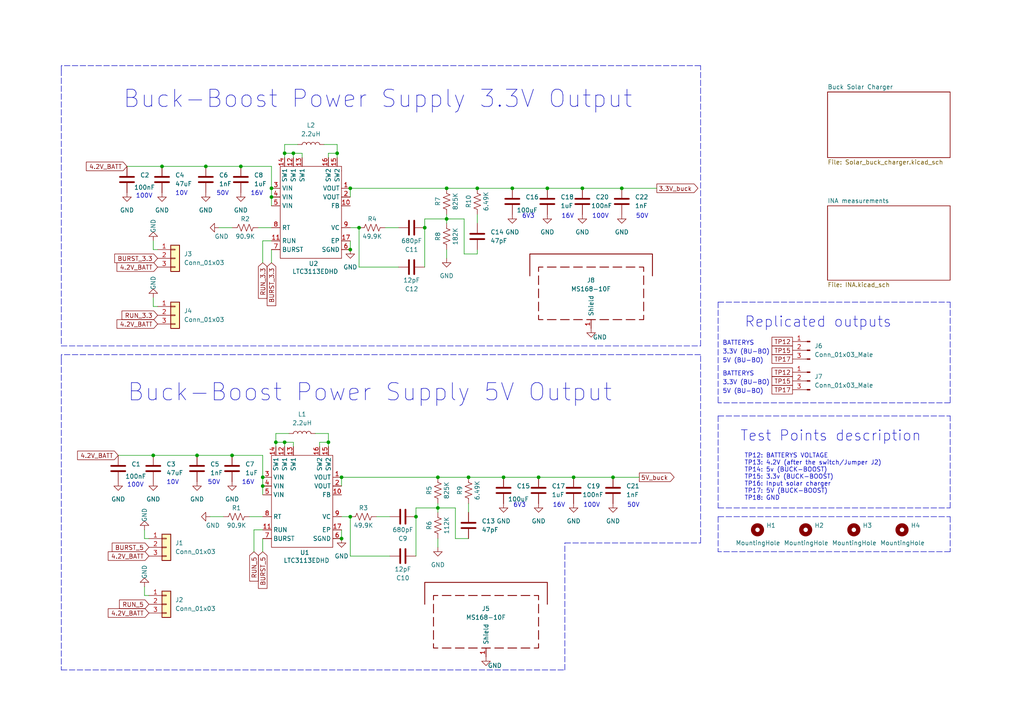
<source format=kicad_sch>
(kicad_sch (version 20211123) (generator eeschema)
  (paper "A4")
  (title_block (title "Navy System. Power Board") (rev "2") (company "LabFromScratch"))
  (lib_symbols
    (symbol "Connector:Conn_01x03_Male" (pin_names (offset 1.016) hide)
      (property "Reference" "J" (at 0 5.08 0))
      (property "Value" "Conn_01x03_Male" (at 0 -5.08 0))
      (symbol "Conn_01x03_Male_1_1"
        (polyline (pts (xy 1.27 -2.54) (xy 0.8636 -2.54)) (stroke (width 0.1524)))
        (polyline (pts (xy 1.27 0) (xy 0.8636 0)) (stroke (width 0.1524)))
        (polyline (pts (xy 1.27 2.54) (xy 0.8636 2.54)) (stroke (width 0.1524)))
        (rectangle (start 0.8636 -2.413) (end 0 -2.667) (stroke (width 0.1524)) (fill (type outline)))
        (rectangle (start 0.8636 0.127) (end 0 -0.127) (stroke (width 0.1524)) (fill (type outline)))
        (rectangle (start 0.8636 2.667) (end 0 2.413) (stroke (width 0.1524)) (fill (type outline)))
        (pin passive line (at 5.08 2.54 180) (length 3.81) (name "Pin_1") (number "1"))
        (pin passive line (at 5.08 0 180) (length 3.81) (name "Pin_2") (number "2"))
        (pin passive line (at 5.08 -2.54 180) (length 3.81) (name "Pin_3") (number "3"))
      )
    )
    (symbol "Connector_Generic:Conn_01x03" (pin_names (offset 1.016) hide)
      (property "Reference" "J" (at 0 5.08 0))
      (property "Value" "Conn_01x03" (at 0 -5.08 0))
      (symbol "Conn_01x03_1_1"
        (rectangle (start -1.27 -2.413) (end 0 -2.667) (stroke (width 0.1524)))
        (rectangle (start -1.27 0.127) (end 0 -0.127) (stroke (width 0.1524)))
        (rectangle (start -1.27 2.667) (end 0 2.413) (stroke (width 0.1524)))
        (rectangle (start -1.27 3.81) (end 1.27 -3.81) (stroke (width 0.254)) (fill (type background)))
        (pin passive line (at -5.08 2.54 0) (length 3.81) (name "Pin_1") (number "1"))
        (pin passive line (at -5.08 0 0) (length 3.81) (name "Pin_2") (number "2"))
        (pin passive line (at -5.08 -2.54 0) (length 3.81) (name "Pin_3") (number "3"))
      )
    )
    (symbol "Device:C" (pin_numbers hide) (pin_names (offset 0.254))
      (property "Reference" "C" (at 0.635 2.54 0))
      (property "Value" "C" (at 0.635 -2.54 0))
      (symbol "C_0_1"
        (polyline (pts (xy -2.032 -0.762) (xy 2.032 -0.762)) (stroke (width 0.508)))
        (polyline (pts (xy -2.032 0.762) (xy 2.032 0.762)) (stroke (width 0.508)))
      )
      (symbol "C_1_1"
        (pin passive line (at 0 3.81 270) (length 2.794) (name "~") (number "1"))
        (pin passive line (at 0 -3.81 90) (length 2.794) (name "~") (number "2"))
      )
    )
    (symbol "Device:L" (pin_numbers hide) (pin_names (offset 1.016) hide)
      (property "Reference" "L" (at -1.27 0 90))
      (property "Value" "L" (at 1.905 0 90))
      (symbol "L_0_1"
        (arc (start 0 -2.54) (mid 0.635 -1.905) (end 0 -1.27))
        (arc (start 0 -1.27) (mid 0.635 -0.635) (end 0 0))
        (arc (start 0 0) (mid 0.635 0.635) (end 0 1.27))
        (arc (start 0 1.27) (mid 0.635 1.905) (end 0 2.54))
      )
      (symbol "L_1_1"
        (pin passive line (at 0 3.81 270) (length 1.27) (name "1") (number "1"))
        (pin passive line (at 0 -3.81 90) (length 1.27) (name "2") (number "2"))
      )
    )
    (symbol "Device:RFShield_TwoPieces" (pin_names (offset 1.016))
      (property "Reference" "J" (at 0 5.08 0))
      (property "Value" "RFShield_TwoPieces" (at 0 2.54 0))
      (symbol "RFShield_TwoPieces_0_1"
        (polyline (pts (xy -15.24 -5.08) (xy -15.24 -2.54)) (stroke (width 0.254)))
        (polyline (pts (xy -15.24 -1.27) (xy -15.24 1.27)) (stroke (width 0.254)))
        (polyline (pts (xy -15.24 2.54) (xy -15.24 5.08)) (stroke (width 0.254)))
        (polyline (pts (xy -12.7 7.62) (xy -10.16 7.62)) (stroke (width 0.254)))
        (polyline (pts (xy -10.16 -7.62) (xy -12.7 -7.62)) (stroke (width 0.254)))
        (polyline (pts (xy -6.35 -7.62) (xy -8.89 -7.62)) (stroke (width 0.254)))
        (polyline (pts (xy -6.35 7.62) (xy -8.89 7.62)) (stroke (width 0.254)))
        (polyline (pts (xy -2.54 -7.62) (xy -5.08 -7.62)) (stroke (width 0.254)))
        (polyline (pts (xy -2.54 7.62) (xy -5.08 7.62)) (stroke (width 0.254)))
        (polyline (pts (xy -1.27 -7.62) (xy 1.27 -7.62)) (stroke (width 0.254)))
        (polyline (pts (xy 1.27 7.62) (xy -1.27 7.62)) (stroke (width 0.254)))
        (polyline (pts (xy 2.54 -7.62) (xy 5.08 -7.62)) (stroke (width 0.254)))
        (polyline (pts (xy 5.08 7.62) (xy 2.54 7.62)) (stroke (width 0.254)))
        (polyline (pts (xy 6.35 -7.62) (xy 8.89 -7.62)) (stroke (width 0.254)))
        (polyline (pts (xy 8.89 7.62) (xy 6.35 7.62)) (stroke (width 0.254)))
        (polyline (pts (xy 10.16 -7.62) (xy 12.7 -7.62)) (stroke (width 0.254)))
        (polyline (pts (xy 12.7 7.62) (xy 10.16 7.62)) (stroke (width 0.254)))
        (polyline (pts (xy 15.24 -5.08) (xy 15.24 -2.54)) (stroke (width 0.254)))
        (polyline (pts (xy 15.24 -1.27) (xy 15.24 1.27)) (stroke (width 0.254)))
        (polyline (pts (xy 15.24 2.54) (xy 15.24 5.08)) (stroke (width 0.254)))
        (polyline (pts (xy -15.24 6.35) (xy -15.24 7.62) (xy -13.97 7.62)) (stroke (width 0.254)))
        (polyline (pts (xy -13.97 -7.62) (xy -15.24 -7.62) (xy -15.24 -6.35)) (stroke (width 0.254)))
        (polyline (pts (xy 13.97 -7.62) (xy 15.24 -7.62) (xy 15.24 -6.35)) (stroke (width 0.254)))
        (polyline (pts (xy 15.24 6.35) (xy 15.24 7.62) (xy 13.97 7.62)) (stroke (width 0.254)))
        (polyline (pts (xy -17.78 5.08) (xy -17.78 11.43) (xy 17.78 11.43) (xy 17.78 5.08)) (stroke (width 0.254)))
      )
      (symbol "RFShield_TwoPieces_1_1"
        (pin passive line (at 0 -10.16 90) (length 2.54) (name "Shield") (number "1"))
      )
    )
    (symbol "Device:R_US" (pin_numbers hide) (pin_names (offset 0))
      (property "Reference" "R" (at 2.54 0 90))
      (property "Value" "R_US" (at -2.54 0 90))
      (symbol "R_US_0_1"
        (polyline (pts (xy 0 -2.286) (xy 0 -2.54)))
        (polyline (pts (xy 0 2.286) (xy 0 2.54)))
        (polyline (pts (xy 0 -0.762) (xy 1.016 -1.143) (xy 0 -1.524) (xy -1.016 -1.905) (xy 0 -2.286)))
        (polyline (pts (xy 0 0.762) (xy 1.016 0.381) (xy 0 0) (xy -1.016 -0.381) (xy 0 -0.762)))
        (polyline (pts (xy 0 2.286) (xy 1.016 1.905) (xy 0 1.524) (xy -1.016 1.143) (xy 0 0.762)))
      )
      (symbol "R_US_1_1"
        (pin passive line (at 0 3.81 270) (length 1.27) (name "~") (number "1"))
        (pin passive line (at 0 -3.81 90) (length 1.27) (name "~") (number "2"))
      )
    )
    (symbol "Mechanical:MountingHole" (pin_names (offset 1.016))
      (property "Reference" "H" (at 0 5.08 0))
      (property "Value" "MountingHole" (at 0 3.175 0))
      (symbol "MountingHole_0_1"
        (circle (center 0 0) (radius 1.27) (stroke (width 1.27)))
      )
    )
    (symbol "power:GND" (power) (pin_names (offset 0))
      (property "Value" "GND" (at 0 -3.81 0))
      (symbol "GND_0_1"
        (polyline (pts (xy 0 0) (xy 0 -1.27) (xy 1.27 -1.27) (xy 0 -2.54) (xy -1.27 -1.27) (xy 0 -1.27)))
      )
      (symbol "GND_1_1"
        (pin power_in line (at 0 0 270) (length 0) hide (name "GND") (number "1"))
      )
    )
    (symbol "power_board_navy:LTC3113EDHD"
      (property "Reference" "U2" (at 5.842 -19.304 0))
      (property "Value" "LTC3113EDHD" (at 6.35 -21.59 0))
      (symbol "LTC3113EDHD_0_1"
        (rectangle (start -2.54 8.89) (end 13.97 8.89))
        (polyline (pts (xy -3.81 -15.24) (xy -3.81 -17.78) (xy 13.97 -17.78)))
        (polyline (pts (xy -3.81 -15.24) (xy -3.81 8.89) (xy -2.54 8.89)))
        (rectangle (start 13.97 7.62) (end 13.97 -17.78))
        (rectangle (start 13.97 7.62) (end 13.97 8.89))
      )
      (symbol "LTC3113EDHD_1_1"
        (pin power_out line (at 16.51 2.54 180) (length 2.54) (name "VOUT") (number "1"))
        (pin input line (at 16.51 -2.54 180) (length 2.54) (name "FB") (number "10"))
        (pin input line (at -6.35 -12.7 0) (length 2.54) (name "RUN") (number "11"))
        (pin input line (at 0 11.43 270) (length 2.54) (name "SW1") (number "12"))
        (pin input line (at 2.54 11.43 270) (length 2.54) (name "SW1") (number "13"))
        (pin input line (at -2.54 11.43 270) (length 2.54) (name "SW1") (number "14"))
        (pin input line (at 12.7 11.43 270) (length 2.54) (name "SW2") (number "15"))
        (pin input line (at 10.16 11.43 270) (length 2.54) (name "SW2") (number "16"))
        (pin input line (at 16.51 -12.7 180) (length 2.54) (name "EP") (number "17"))
        (pin power_out line (at 16.51 0 180) (length 2.54) (name "VOUT") (number "2"))
        (pin power_in line (at -6.35 2.54 0) (length 2.54) (name "VIN") (number "3"))
        (pin power_in line (at -6.35 0 0) (length 2.54) (name "VIN") (number "4"))
        (pin power_in line (at -6.35 -2.54 0) (length 2.54) (name "VIN") (number "5"))
        (pin input line (at 16.51 -15.24 180) (length 2.54) (name "SGND") (number "6"))
        (pin input line (at -6.35 -15.24 0) (length 2.54) (name "BURST") (number "7"))
        (pin input line (at -6.35 -8.89 0) (length 2.54) (name "RT") (number "8"))
        (pin input line (at 16.51 -8.89 180) (length 2.54) (name "VC") (number "9"))
      )
    )
  )
  (junction (at 148.59 54.61))
  (junction (at 129.54 63.5))
  (junction (at 46.99 48.26))
  (junction (at 138.43 54.61))
  (junction (at 180.34 54.61))
  (junction (at 158.75 54.61))
  (junction (at 76.2 140.97))
  (junction (at 99.06 138.43))
  (junction (at 97.79 44.45))
  (junction (at 57.15 132.08))
  (junction (at 127 138.43))
  (junction (at 127 147.32))
  (junction (at 44.45 132.08))
  (junction (at 101.6 54.61))
  (junction (at 135.89 138.43))
  (junction (at 146.05 138.43))
  (junction (at 123.19 66.04))
  (junction (at 104.14 66.04))
  (junction (at 166.37 138.43))
  (junction (at 69.85 48.26))
  (junction (at 101.6 72.39))
  (junction (at 95.25 128.27))
  (junction (at 59.69 48.26))
  (junction (at 101.6 149.86))
  (junction (at 129.54 54.61))
  (junction (at 67.31 132.08))
  (junction (at 99.06 156.21))
  (junction (at 85.09 44.45))
  (junction (at 177.8 138.43))
  (junction (at 120.65 149.86))
  (junction (at 78.74 54.61))
  (junction (at 82.55 44.45))
  (junction (at 80.01 128.27))
  (junction (at 76.2 138.43))
  (junction (at 78.74 57.15))
  (junction (at 82.55 128.27))
  (junction (at 168.91 54.61))
  (junction (at 156.21 138.43))
  (wire (pts (xy 43.18 172.72) (xy 41.91 172.72)))
  (wire (pts (xy 86.36 41.91) (xy 82.55 41.91)))
  (wire (pts (xy 135.89 156.21) (xy 132.08 156.21)))
  (polyline (pts (xy 203.2 100.33) (xy 203.2 19.05)))
  (wire (pts (xy 41.91 172.72) (xy 41.91 170.18)))
  (wire (pts (xy 78.74 57.15) (xy 78.74 59.69)))
  (wire (pts (xy 85.09 128.27) (xy 82.55 128.27)))
  (wire (pts (xy 85.09 45.72) (xy 85.09 44.45)))
  (wire (pts (xy 83.82 125.73) (xy 80.01 125.73)))
  (wire (pts (xy 148.59 54.61) (xy 158.75 54.61)))
  (polyline (pts (xy 203.2 19.05) (xy 17.78 19.05)))
  (wire (pts (xy 92.71 128.27) (xy 95.25 128.27)))
  (wire (pts (xy 127 138.43) (xy 135.89 138.43)))
  (wire (pts (xy 168.91 54.61) (xy 180.34 54.61)))
  (wire (pts (xy 127 146.05) (xy 127 147.32)))
  (wire (pts (xy 132.08 156.21) (xy 132.08 147.32)))
  (wire (pts (xy 129.54 63.5) (xy 129.54 64.77)))
  (polyline (pts (xy 604.52 439.42) (xy 604.52 438.15)))
  (wire (pts (xy 99.06 153.67) (xy 99.06 156.21)))
  (wire (pts (xy 69.85 48.26) (xy 59.69 48.26)))
  (polyline (pts (xy 275.59 149.86) (xy 275.59 160.02)))
  (polyline (pts (xy 163.83 157.48) (xy 203.2 157.48)))
  (wire (pts (xy 156.21 138.43) (xy 166.37 138.43)))
  (polyline (pts (xy 325.12 334.01) (xy 604.52 334.01)))
  (wire (pts (xy 44.45 88.9) (xy 44.45 86.36)))
  (wire (pts (xy 76.2 140.97) (xy 76.2 143.51)))
  (polyline (pts (xy 325.12 439.42) (xy 325.12 334.01)))
  (polyline (pts (xy 208.28 87.63) (xy 275.59 87.63)))
  (wire (pts (xy 134.62 73.66) (xy 138.43 73.66)))
  (wire (pts (xy 82.55 44.45) (xy 82.55 45.72)))
  (wire (pts (xy 78.74 66.04) (xy 74.93 66.04)))
  (polyline (pts (xy 208.28 120.65) (xy 208.28 147.32)))
  (wire (pts (xy 135.89 138.43) (xy 146.05 138.43)))
  (wire (pts (xy 95.25 45.72) (xy 95.25 44.45)))
  (wire (pts (xy 63.5 66.04) (xy 67.31 66.04)))
  (wire (pts (xy 123.19 63.5) (xy 123.19 66.04)))
  (wire (pts (xy 127 147.32) (xy 127 148.59)))
  (wire (pts (xy 85.09 44.45) (xy 82.55 44.45)))
  (wire (pts (xy 113.03 161.29) (xy 101.6 161.29)))
  (wire (pts (xy 104.14 77.47) (xy 104.14 66.04)))
  (wire (pts (xy 93.98 41.91) (xy 97.79 41.91)))
  (wire (pts (xy 44.45 72.39) (xy 44.45 69.85)))
  (wire (pts (xy 76.2 132.08) (xy 67.31 132.08)))
  (wire (pts (xy 76.2 138.43) (xy 76.2 140.97)))
  (wire (pts (xy 95.25 125.73) (xy 95.25 128.27)))
  (wire (pts (xy 95.25 44.45) (xy 97.79 44.45)))
  (wire (pts (xy 87.63 44.45) (xy 85.09 44.45)))
  (wire (pts (xy 120.65 147.32) (xy 127 147.32)))
  (polyline (pts (xy 325.12 439.42) (xy 604.52 439.42)))
  (wire (pts (xy 44.45 132.08) (xy 34.29 132.08)))
  (wire (pts (xy 57.15 132.08) (xy 44.45 132.08)))
  (wire (pts (xy 120.65 149.86) (xy 120.65 147.32)))
  (wire (pts (xy 76.2 149.86) (xy 72.39 149.86)))
  (wire (pts (xy 138.43 54.61) (xy 148.59 54.61)))
  (wire (pts (xy 45.72 88.9) (xy 44.45 88.9)))
  (polyline (pts (xy 604.52 334.01) (xy 604.52 439.42)))
  (wire (pts (xy 146.05 138.43) (xy 156.21 138.43)))
  (wire (pts (xy 132.08 147.32) (xy 127 147.32)))
  (polyline (pts (xy 17.78 100.33) (xy 203.2 100.33)))
  (wire (pts (xy 46.99 48.26) (xy 36.83 48.26)))
  (wire (pts (xy 115.57 77.47) (xy 104.14 77.47)))
  (wire (pts (xy 76.2 132.08) (xy 76.2 138.43)))
  (polyline (pts (xy 275.59 116.84) (xy 208.28 116.84)))
  (wire (pts (xy 45.72 72.39) (xy 44.45 72.39)))
  (wire (pts (xy 134.62 63.5) (xy 134.62 73.66)))
  (wire (pts (xy 80.01 128.27) (xy 80.01 129.54)))
  (polyline (pts (xy 17.78 194.31) (xy 163.83 194.31)))
  (wire (pts (xy 101.6 54.61) (xy 129.54 54.61)))
  (wire (pts (xy 73.66 153.67) (xy 73.66 160.02)))
  (wire (pts (xy 101.6 161.29) (xy 101.6 149.86)))
  (wire (pts (xy 82.55 41.91) (xy 82.55 44.45)))
  (wire (pts (xy 87.63 45.72) (xy 87.63 44.45)))
  (wire (pts (xy 101.6 66.04) (xy 104.14 66.04)))
  (wire (pts (xy 120.65 149.86) (xy 120.65 161.29)))
  (wire (pts (xy 127 156.21) (xy 127 158.75)))
  (wire (pts (xy 109.22 149.86) (xy 113.03 149.86)))
  (wire (pts (xy 78.74 48.26) (xy 78.74 54.61)))
  (wire (pts (xy 99.06 138.43) (xy 99.06 140.97)))
  (polyline (pts (xy 208.28 87.63) (xy 208.28 116.84)))
  (wire (pts (xy 82.55 129.54) (xy 82.55 128.27)))
  (wire (pts (xy 67.31 132.08) (xy 57.15 132.08)))
  (polyline (pts (xy 275.59 160.02) (xy 208.28 160.02)))
  (polyline (pts (xy 17.78 20.32) (xy 17.78 100.33)))
  (wire (pts (xy 101.6 54.61) (xy 101.6 57.15)))
  (wire (pts (xy 99.06 138.43) (xy 127 138.43)))
  (wire (pts (xy 177.8 138.43) (xy 185.42 138.43)))
  (wire (pts (xy 85.09 129.54) (xy 85.09 128.27)))
  (wire (pts (xy 135.89 146.05) (xy 135.89 148.59)))
  (polyline (pts (xy 17.78 104.14) (xy 17.78 194.31)))
  (wire (pts (xy 78.74 69.85) (xy 76.2 69.85)))
  (wire (pts (xy 60.96 149.86) (xy 64.77 149.86)))
  (wire (pts (xy 158.75 54.61) (xy 168.91 54.61)))
  (wire (pts (xy 129.54 72.39) (xy 129.54 74.93)))
  (wire (pts (xy 129.54 62.23) (xy 129.54 63.5)))
  (polyline (pts (xy 208.28 149.86) (xy 275.59 149.86)))
  (polyline (pts (xy 275.59 87.63) (xy 275.59 116.84)))
  (wire (pts (xy 129.54 54.61) (xy 138.43 54.61)))
  (polyline (pts (xy 203.2 157.48) (xy 203.2 102.87)))
  (wire (pts (xy 80.01 125.73) (xy 80.01 128.27)))
  (wire (pts (xy 82.55 128.27) (xy 80.01 128.27)))
  (wire (pts (xy 78.74 54.61) (xy 78.74 57.15)))
  (wire (pts (xy 180.34 54.61) (xy 190.5 54.61)))
  (wire (pts (xy 95.25 128.27) (xy 95.25 129.54)))
  (wire (pts (xy 166.37 138.43) (xy 177.8 138.43)))
  (wire (pts (xy 92.71 129.54) (xy 92.71 128.27)))
  (polyline (pts (xy 163.83 194.31) (xy 163.83 157.48)))
  (wire (pts (xy 97.79 41.91) (xy 97.79 44.45)))
  (wire (pts (xy 78.74 48.26) (xy 69.85 48.26)))
  (wire (pts (xy 111.76 66.04) (xy 115.57 66.04)))
  (wire (pts (xy 99.06 149.86) (xy 101.6 149.86)))
  (wire (pts (xy 78.74 72.39) (xy 78.74 76.2)))
  (wire (pts (xy 91.44 125.73) (xy 95.25 125.73)))
  (wire (pts (xy 129.54 63.5) (xy 123.19 63.5)))
  (wire (pts (xy 41.91 156.21) (xy 41.91 153.67)))
  (wire (pts (xy 101.6 69.85) (xy 101.6 72.39)))
  (polyline (pts (xy 275.59 147.32) (xy 275.59 120.65)))
  (wire (pts (xy 129.54 63.5) (xy 134.62 63.5)))
  (wire (pts (xy 59.69 48.26) (xy 46.99 48.26)))
  (polyline (pts (xy 208.28 147.32) (xy 275.59 147.32)))
  (wire (pts (xy 138.43 73.66) (xy 138.43 72.39)))
  (polyline (pts (xy 17.78 19.05) (xy 17.78 20.32)))
  (polyline (pts (xy 325.12 334.01) (xy 325.12 334.01)))
  (wire (pts (xy 97.79 44.45) (xy 97.79 45.72)))
  (polyline (pts (xy 208.28 149.86) (xy 208.28 160.02)))
  (wire (pts (xy 43.18 156.21) (xy 41.91 156.21)))
  (polyline (pts (xy 203.2 102.87) (xy 17.78 102.87)))
  (wire (pts (xy 123.19 66.04) (xy 123.19 77.47)))
  (wire (pts (xy 76.2 153.67) (xy 73.66 153.67)))
  (wire (pts (xy 138.43 62.23) (xy 138.43 64.77)))
  (polyline (pts (xy 208.28 120.65) (xy 275.59 120.65)))
  (wire (pts (xy 76.2 156.21) (xy 76.2 160.02)))
  (wire (pts (xy 76.2 69.85) (xy 76.2 76.2)))
  (polyline (pts (xy 17.78 102.87) (xy 17.78 104.14)))
  (text "16V" (at 162.814 63.5 0) (effects (font (size 1.27 1.27)) (justify left bottom)))
  (text "100V" (at 39.37 57.658 0) (effects (font (size 1.27 1.27)) (justify left bottom)))
  (text "\nTP12: BATTERYS VOLTAGE\nTP13: 4.2V (after the switch/Jumper J2)\nTP14: 5v (BUCK-BOOST)\nTP15: 3.3v (BUCK-BOOST)\nTP16: Input solar charger\nTP17: 5V (BUCK-BOOST)\nTP18: GND\n\n" (at 215.9 147.32 0) (effects (font (size 1.27 1.27)) (justify left bottom)))
  (text "100V" (at 171.704 63.5 0) (effects (font (size 1.27 1.27)) (justify left bottom)))
  (text "3.3V (BU-BO)" (at 209.55 111.76 0) (effects (font (size 1.27 1.27)) (justify left bottom)))
  (text "50V" (at 184.404 63.5 0) (effects (font (size 1.27 1.27)) (justify left bottom)))
  (text "Buck-Boost Power Supply 3.3V Output" (at 35.56 31.75 0) (effects (font (size 5 5)) (justify left bottom)))
  (text "100V" (at 169.164 147.32 0) (effects (font (size 1.27 1.27)) (justify left bottom)))
  (text "16V" (at 72.644 56.896 0) (effects (font (size 1.27 1.27)) (justify left bottom)))
  (text "3.3V (BU-BO)" (at 209.55 102.87 0) (effects (font (size 1.27 1.27)) (justify left bottom)))
  (text "16V" (at 70.104 140.716 0) (effects (font (size 1.27 1.27)) (justify left bottom)))
  (text "5V (BU-BO)" (at 209.55 114.3 0) (effects (font (size 1.27 1.27)) (justify left bottom)))
  (text "6V3" (at 148.844 147.32 0) (effects (font (size 1.27 1.27)) (justify left bottom)))
  (text "Buck-Boost Power Supply 5V Output" (at 36.83 116.84 0) (effects (font (size 5 5)) (justify left bottom)))
  (text "BATTERYS" (at 209.55 100.33 0) (effects (font (size 1.27 1.27)) (justify left bottom)))
  (text "50V" (at 181.864 147.32 0) (effects (font (size 1.27 1.27)) (justify left bottom)))
  (text "5V (BU-BO)" (at 209.55 105.41 0) (effects (font (size 1.27 1.27)) (justify left bottom)))
  (text "100V" (at 36.83 141.478 0) (effects (font (size 1.27 1.27)) (justify left bottom)))
  (text "10V" (at 48.26 140.716 0) (effects (font (size 1.27 1.27)) (justify left bottom)))
  (text "Replicated outputs" (at 215.9 95.25 0) (effects (font (size 3 3)) (justify left bottom)))
  (text "50V" (at 62.738 56.896 0) (effects (font (size 1.27 1.27)) (justify left bottom)))
  (text "16V" (at 160.274 147.32 0) (effects (font (size 1.27 1.27)) (justify left bottom)))
  (text "10V" (at 50.8 56.896 0) (effects (font (size 1.27 1.27)) (justify left bottom)))
  (text "Test Points description" (at 214.63 128.27 0) (effects (font (size 3 3)) (justify left bottom)))
  (text "50V" (at 60.198 140.716 0) (effects (font (size 1.27 1.27)) (justify left bottom)))
  (text "6V3" (at 151.384 63.5 0) (effects (font (size 1.27 1.27)) (justify left bottom)))
  (text "BATTERYS" (at 209.55 109.22 0) (effects (font (size 1.27 1.27)) (justify left bottom)))
  (global_label "3.3V_buck" (shape output) (at 190.5 54.61 0) (property "Intersheet References" "${INTERSHEET_REFS}" (effects hide)))
  (global_label "TP17" (shape passive) (at 229.87 104.14 180) (property "Intersheet References" "${INTERSHEET_REFS}" (effects hide)))
  (global_label "5V_buck" (shape output) (at 185.42 138.43 0) (property "Intersheet References" "${INTERSHEET_REFS}" (effects hide)))
  (global_label "RUN_5" (shape input) (at 73.66 160.02 270) (property "Intersheet References" "${INTERSHEET_REFS}" (effects hide)))
  (global_label "BURST_3.3" (shape input) (at 45.72 74.93 180) (property "Intersheet References" "${INTERSHEET_REFS}" (effects hide)))
  (global_label "BURST_5" (shape input) (at 43.18 158.75 180) (property "Intersheet References" "${INTERSHEET_REFS}" (effects hide)))
  (global_label "BURST_3.3" (shape input) (at 78.74 76.2 270) (property "Intersheet References" "${INTERSHEET_REFS}" (effects hide)))
  (global_label "TP15" (shape passive) (at 229.87 110.49 180) (property "Intersheet References" "${INTERSHEET_REFS}" (effects hide)))
  (global_label "TP17" (shape passive) (at 229.87 113.03 180) (property "Intersheet References" "${INTERSHEET_REFS}" (effects hide)))
  (global_label "RUN_3.3" (shape input) (at 45.72 91.44 180) (property "Intersheet References" "${INTERSHEET_REFS}" (effects hide)))
  (global_label "4.2V_BATT" (shape input) (at 43.18 161.29 180) (property "Intersheet References" "${INTERSHEET_REFS}" (effects hide)))
  (global_label "4.2V_BATT" (shape input) (at 34.29 132.08 180) (property "Intersheet References" "${INTERSHEET_REFS}" (effects hide)))
  (global_label "4.2V_BATT" (shape input) (at 36.83 48.26 180) (property "Intersheet References" "${INTERSHEET_REFS}" (effects hide)))
  (global_label "RUN_3.3" (shape input) (at 76.2 76.2 270) (property "Intersheet References" "${INTERSHEET_REFS}" (effects hide)))
  (global_label "TP15" (shape passive) (at 229.87 101.6 180) (property "Intersheet References" "${INTERSHEET_REFS}" (effects hide)))
  (global_label "TP12" (shape passive) (at 229.87 107.95 180) (property "Intersheet References" "${INTERSHEET_REFS}" (effects hide)))
  (global_label "4.2V_BATT" (shape input) (at 45.72 77.47 180) (property "Intersheet References" "${INTERSHEET_REFS}" (effects hide)))
  (global_label "BURST_5" (shape input) (at 76.2 160.02 270) (property "Intersheet References" "${INTERSHEET_REFS}" (effects hide)))
  (global_label "RUN_5" (shape input) (at 43.18 175.26 180) (property "Intersheet References" "${INTERSHEET_REFS}" (effects hide)))
  (global_label "4.2V_BATT" (shape input) (at 45.72 93.98 180) (property "Intersheet References" "${INTERSHEET_REFS}" (effects hide)))
  (global_label "TP12" (shape passive) (at 229.87 99.06 180) (property "Intersheet References" "${INTERSHEET_REFS}" (effects hide)))
  (global_label "4.2V_BATT" (shape input) (at 43.18 177.8 180) (property "Intersheet References" "${INTERSHEET_REFS}" (effects hide)))
  (symbol (lib_id "Device:C") (at 135.89 152.4 0) (unit 1)
    (property "Reference" "C13" (at 139.7 151.1299 0) (effects (justify left)))
    (property "Value" "47pF" (at 139.7 153.6699 0) (effects (justify left)))
    (property "Footprint" "Capacitor_SMD:C_0805_2012Metric" (effects hide))
  )
  (symbol (lib_id "power:GND") (at 101.6 72.39 0) (unit 1)
    (property "Reference" "#PWR016" (effects hide))
    (property "Value" "GND" (at 101.6 77.47 0))
  )
  (symbol (lib_id "Device:C") (at 148.59 58.42 0) (unit 1)
    (property "Reference" "C16" (at 152.4 57.1499 0) (effects (justify left)))
    (property "Value" "100uF" (at 149.86 60.96 0) (effects (justify left)))
    (property "Footprint" "Capacitor_SMD:C_0805_2012Metric" (effects hide))
  )
  (symbol (lib_id "power:GND") (at 148.59 62.23 0) (unit 1)
    (property "Reference" "#PWR019" (effects hide))
    (property "Value" "GND" (at 148.59 67.31 0))
  )
  (symbol (lib_id "power:GND") (at 44.45 86.36 180) (unit 1)
    (property "Reference" "#PWR06" (effects hide))
    (property "Value" "GND" (at 44.45 80.01 90) (effects (justify left)))
  )
  (symbol (lib_id "power:GND") (at 44.45 69.85 180) (unit 1)
    (property "Reference" "#PWR05" (effects hide))
    (property "Value" "GND" (at 44.45 63.5 90) (effects (justify left)))
  )
  (symbol (lib_id "power:GND") (at 44.45 139.7 0) (unit 1)
    (property "Reference" "#PWR07" (effects hide))
    (property "Value" "GND" (at 44.45 144.78 0))
  )
  (symbol (lib_id "power:GND") (at 158.75 62.23 0) (unit 1)
    (property "Reference" "#PWR021" (effects hide))
    (property "Value" "GND" (at 158.75 67.31 0))
  )
  (symbol (lib_id "Mechanical:MountingHole") (at 233.68 153.67 0) (unit 1)
    (property "Reference" "H2" (at 236.22 152.3999 0) (effects (justify left)))
    (property "Value" "MountingHole" (at 227.33 157.48 0) (effects (justify left)))
    (property "Footprint" "MountingHole:MountingHole_2.5mm" (effects hide))
  )
  (symbol (lib_id "Device:R_US") (at 135.89 142.24 0) (unit 1)
    (property "Reference" "R9" (at 133.35 142.24 90))
    (property "Value" "6.49K" (at 138.43 142.24 90))
    (property "Footprint" "Resistor_SMD:R_0805_2012Metric" (effects hide))
  )
  (symbol (lib_id "Device:R_US") (at 127 152.4 0) (unit 1)
    (property "Reference" "R6" (at 124.46 152.4 90))
    (property "Value" "112K" (at 129.54 152.4 90))
    (property "Footprint" "Resistor_SMD:R_0805_2012Metric" (effects hide))
  )
  (symbol (lib_id "Mechanical:MountingHole") (at 261.62 153.67 0) (unit 1)
    (property "Reference" "H4" (at 264.16 152.3999 0) (effects (justify left)))
    (property "Value" "MountingHole" (at 255.27 157.48 0) (effects (justify left)))
    (property "Footprint" "MountingHole:MountingHole_2.5mm" (effects hide))
  )
  (symbol (lib_id "power:GND") (at 67.31 139.7 0) (unit 1)
    (property "Reference" "#PWR013" (effects hide))
    (property "Value" "GND" (at 67.31 144.78 0))
  )
  (symbol (lib_id "Device:L") (at 90.17 41.91 90) (unit 1)
    (property "Reference" "L2" (at 90.17 36.322 90))
    (property "Value" "2.2uH" (at 90.17 38.862 90))
    (property "Footprint" "Inductor_SMD:L_Vishay_IHLP-2525" (effects hide))
  )
  (symbol (lib_id "power:GND") (at 180.34 62.23 0) (unit 1)
    (property "Reference" "#PWR025" (effects hide))
    (property "Value" "GND" (at 180.34 67.31 0))
  )
  (symbol (lib_id "Device:C") (at 36.83 52.07 0) (unit 1)
    (property "Reference" "C2" (at 40.64 50.7999 0) (effects (justify left)))
    (property "Value" "100nF" (at 38.862 54.356 0) (effects (justify left)))
    (property "Footprint" "Capacitor_SMD:C_0805_2012Metric" (effects hide))
  )
  (symbol (lib_id "power:GND") (at 57.15 139.7 0) (unit 1)
    (property "Reference" "#PWR09" (effects hide))
    (property "Value" "GND" (at 57.15 144.78 0))
  )
  (symbol (lib_id "Device:C") (at 180.34 58.42 0) (unit 1)
    (property "Reference" "C22" (at 184.15 57.1499 0) (effects (justify left)))
    (property "Value" "1nF" (at 184.15 59.6899 0) (effects (justify left)))
    (property "Footprint" "Capacitor_SMD:C_0805_2012Metric" (effects hide))
  )
  (symbol (lib_id "Mechanical:MountingHole") (at 219.71 153.67 0) (unit 1)
    (property "Reference" "H1" (at 222.25 152.3999 0) (effects (justify left)))
    (property "Value" "MountingHole" (at 213.36 157.48 0) (effects (justify left)))
    (property "Footprint" "MountingHole:MountingHole_2.5mm" (effects hide))
  )
  (symbol (lib_id "power:GND") (at 46.99 55.88 0) (unit 1)
    (property "Reference" "#PWR08" (effects hide))
    (property "Value" "GND" (at 46.99 60.96 0))
  )
  (symbol (lib_id "power:GND") (at 34.29 139.7 0) (unit 1)
    (property "Reference" "#PWR01" (effects hide))
    (property "Value" "GND" (at 34.29 144.78 0))
  )
  (symbol (lib_id "Device:C") (at 166.37 142.24 0) (unit 1)
    (property "Reference" "C19" (at 170.18 140.9699 0) (effects (justify left)))
    (property "Value" "100nF" (at 168.91 143.51 0) (effects (justify left)))
    (property "Footprint" "Capacitor_SMD:C_0805_2012Metric" (effects hide))
  )
  (symbol (lib_id "power:GND") (at 140.97 190.5 0) (unit 1)
    (property "Reference" "#PWR0103" (effects hide))
    (property "Value" "GND" (at 143.51 193.04 0))
  )
  (symbol (lib_id "Device:C") (at 146.05 142.24 0) (unit 1)
    (property "Reference" "C15" (at 149.86 140.9699 0) (effects (justify left)))
    (property "Value" "100uF" (at 147.32 144.78 0) (effects (justify left)))
    (property "Footprint" "Capacitor_SMD:C_0805_2012Metric" (effects hide))
  )
  (symbol (lib_id "power:GND") (at 60.96 149.86 270) (unit 1)
    (property "Reference" "#PWR011" (effects hide))
    (property "Value" "GND" (at 59.69 152.4 90) (effects (justify left)))
  )
  (symbol (lib_id "Device:R_US") (at 71.12 66.04 270) (unit 1)
    (property "Reference" "R2" (at 71.12 63.5 90))
    (property "Value" "90.9K" (at 71.12 68.58 90))
    (property "Footprint" "Resistor_SMD:R_0805_2012Metric" (effects hide))
  )
  (symbol (lib_id "power:GND") (at 156.21 146.05 0) (unit 1)
    (property "Reference" "#PWR020" (effects hide))
    (property "Value" "GND" (at 156.21 151.13 0))
  )
  (symbol (lib_id "Device:R_US") (at 127 142.24 0) (unit 1)
    (property "Reference" "R5" (at 124.46 142.24 90))
    (property "Value" "825K" (at 129.54 142.24 90))
    (property "Footprint" "Resistor_SMD:R_0805_2012Metric" (effects hide))
  )
  (symbol (lib_id "Device:C") (at 69.85 52.07 0) (unit 1)
    (property "Reference" "C8" (at 73.66 50.7999 0) (effects (justify left)))
    (property "Value" "1uF" (at 73.66 53.3399 0) (effects (justify left)))
    (property "Footprint" "Capacitor_SMD:C_0805_2012Metric" (effects hide))
  )
  (symbol (lib_id "Device:C") (at 158.75 58.42 0) (unit 1)
    (property "Reference" "C18" (at 162.56 57.1499 0) (effects (justify left)))
    (property "Value" "1uF" (at 162.56 59.6899 0) (effects (justify left)))
    (property "Footprint" "Capacitor_SMD:C_0805_2012Metric" (effects hide))
  )
  (symbol (lib_id "Device:C") (at 34.29 135.89 0) (unit 1)
    (property "Reference" "C1" (at 38.1 134.6199 0) (effects (justify left)))
    (property "Value" "100nF" (at 36.322 138.176 0) (effects (justify left)))
    (property "Footprint" "Capacitor_SMD:C_0805_2012Metric" (effects hide))
  )
  (symbol (lib_id "Device:C") (at 44.45 135.89 0) (unit 1)
    (property "Reference" "C3" (at 48.26 134.6199 0) (effects (justify left)))
    (property "Value" "47uF" (at 48.26 137.1599 0) (effects (justify left)))
    (property "Footprint" "Capacitor_SMD:C_0805_2012Metric" (effects hide))
  )
  (symbol (lib_id "power:GND") (at 69.85 55.88 0) (unit 1)
    (property "Reference" "#PWR014" (effects hide))
    (property "Value" "GND" (at 69.85 60.96 0))
  )
  (symbol (lib_id "Device:C") (at 116.84 149.86 270) (unit 1)
    (property "Reference" "C9" (at 116.84 156.21 90))
    (property "Value" "680pF" (at 116.84 153.67 90))
    (property "Footprint" "Capacitor_SMD:C_0805_2012Metric" (effects hide))
  )
  (symbol (lib_id "power:GND") (at 63.5 66.04 270) (unit 1)
    (property "Reference" "#PWR012" (effects hide))
    (property "Value" "GND" (at 62.23 68.58 90) (effects (justify left)))
  )
  (symbol (lib_id "Device:C") (at 67.31 135.89 0) (unit 1)
    (property "Reference" "C7" (at 71.12 134.6199 0) (effects (justify left)))
    (property "Value" "1uF" (at 71.12 137.1599 0) (effects (justify left)))
    (property "Footprint" "Capacitor_SMD:C_0805_2012Metric" (effects hide))
  )
  (symbol (lib_id "Device:C") (at 177.8 142.24 0) (unit 1)
    (property "Reference" "C21" (at 181.61 140.9699 0) (effects (justify left)))
    (property "Value" "1nF" (at 181.61 143.5099 0) (effects (justify left)))
    (property "Footprint" "Capacitor_SMD:C_0805_2012Metric" (effects hide))
  )
  (symbol (lib_id "Device:R_US") (at 107.95 66.04 270) (unit 1)
    (property "Reference" "R4" (at 107.95 63.5 90))
    (property "Value" "49.9K" (at 107.95 68.58 90))
    (property "Footprint" "Resistor_SMD:R_0805_2012Metric" (effects hide))
  )
  (symbol (lib_id "power:GND") (at 36.83 55.88 0) (unit 1)
    (property "Reference" "#PWR02" (effects hide))
    (property "Value" "GND" (at 36.83 60.96 0))
  )
  (symbol (lib_id "Device:R_US") (at 68.58 149.86 270) (unit 1)
    (property "Reference" "R1" (at 68.58 147.32 90))
    (property "Value" "90.9K" (at 68.58 152.4 90))
    (property "Footprint" "Resistor_SMD:R_0805_2012Metric" (effects hide))
  )
  (symbol (lib_id "Device:C") (at 156.21 142.24 0) (unit 1)
    (property "Reference" "C17" (at 160.02 140.9699 0) (effects (justify left)))
    (property "Value" "1uF" (at 160.02 143.5099 0) (effects (justify left)))
    (property "Footprint" "Capacitor_SMD:C_0805_2012Metric" (effects hide))
  )
  (symbol (lib_id "Device:C") (at 168.91 58.42 0) (unit 1)
    (property "Reference" "C20" (at 172.72 57.1499 0) (effects (justify left)))
    (property "Value" "100nF" (at 171.45 59.69 0) (effects (justify left)))
    (property "Footprint" "Capacitor_SMD:C_0805_2012Metric" (effects hide))
  )
  (symbol (lib_id "Device:RFShield_TwoPieces") (at 140.97 180.34 0) (unit 1)
    (property "Reference" "J5" (at 139.7 176.53 0) (effects (justify left)))
    (property "Value" "MS168-10F" (at 135.128 179.07 0) (effects (justify left)))
    (property "Footprint" "RF_Shielding:Wuerth_36103205_20x20mm" (effects hide))
  )
  (symbol (lib_id "Connector_Generic:Conn_01x03") (at 50.8 74.93 0) (unit 1)
    (property "Reference" "J3" (at 53.34 73.6599 0) (effects (justify left)))
    (property "Value" "Conn_01x03" (at 53.34 76.1999 0) (effects (justify left)))
    (property "Footprint" "Connector_PinHeader_2.54mm:PinHeader_1x03_P2.54mm_Vertical" (effects hide))
  )
  (symbol (lib_id "Device:L") (at 87.63 125.73 90) (unit 1)
    (property "Reference" "L1" (at 87.63 120.142 90))
    (property "Value" "2.2uH" (at 87.63 122.682 90))
    (property "Footprint" "Inductor_SMD:L_Vishay_IHLP-2525" (effects hide))
  )
  (symbol (lib_id "power:GND") (at 99.06 156.21 0) (unit 1)
    (property "Reference" "#PWR015" (effects hide))
    (property "Value" "GND" (at 99.06 161.29 0))
  )
  (symbol (lib_id "power:GND") (at 41.91 153.67 180) (unit 1)
    (property "Reference" "#PWR03" (effects hide))
    (property "Value" "GND" (at 41.91 147.32 90) (effects (justify left)))
  )
  (symbol (lib_id "power:GND") (at 59.69 55.88 0) (unit 1)
    (property "Reference" "#PWR010" (effects hide))
    (property "Value" "GND" (at 59.69 60.96 0))
  )
  (symbol (lib_id "power:GND") (at 146.05 146.05 0) (unit 1)
    (property "Reference" "#PWR018" (effects hide))
    (property "Value" "GND" (at 146.05 151.13 0))
  )
  (symbol (lib_id "Device:RFShield_TwoPieces") (at 171.45 85.09 0) (unit 1)
    (property "Reference" "J8" (at 170.18 81.28 0) (effects (justify left)))
    (property "Value" "MS168-10F" (at 165.608 83.82 0) (effects (justify left)))
    (property "Footprint" "RF_Shielding:Wuerth_36103205_20x20mm" (effects hide))
  )
  (symbol (lib_id "Device:C") (at 59.69 52.07 0) (unit 1)
    (property "Reference" "C6" (at 63.5 50.7999 0) (effects (justify left)))
    (property "Value" "1nF" (at 63.5 53.3399 0) (effects (justify left)))
    (property "Footprint" "Capacitor_SMD:C_0805_2012Metric" (effects hide))
  )
  (symbol (lib_id "power_board_navy:LTC3113EDHD") (at 85.09 57.15 0) (unit 1)
    (property "Reference" "U2" (at 90.932 76.454 0))
    (property "Value" "LTC3113EDHD" (at 91.44 78.74 0))
    (property "Footprint" "Package_SO:SSOP-20_4.4x6.5mm_P0.65mm" (effects hide))
  )
  (symbol (lib_id "power_board_navy:LTC3113EDHD") (at 82.55 140.97 0) (unit 1)
    (property "Reference" "U1" (at 88.392 160.274 0))
    (property "Value" "LTC3113EDHD" (at 88.9 162.56 0))
    (property "Footprint" "Package_SO:SSOP-20_4.4x6.5mm_P0.65mm" (effects hide))
  )
  (symbol (lib_id "Device:C") (at 119.38 66.04 270) (unit 1)
    (property "Reference" "C11" (at 119.38 72.39 90))
    (property "Value" "680pF" (at 119.38 69.85 90))
    (property "Footprint" "Capacitor_SMD:C_0805_2012Metric" (effects hide))
  )
  (symbol (lib_id "Connector:Conn_01x03_Male") (at 234.95 110.49 0) (mirror y) (unit 1)
    (property "Reference" "J7" (at 236.22 109.2199 0) (effects (justify right)))
    (property "Value" "Conn_01x03_Male" (at 236.22 111.7599 0) (effects (justify right)))
    (property "Footprint" "Connector_PinHeader_2.54mm:PinHeader_1x03_P2.54mm_Vertical" (effects hide))
  )
  (symbol (lib_id "Device:R_US") (at 105.41 149.86 270) (unit 1)
    (property "Reference" "R3" (at 105.41 147.32 90))
    (property "Value" "49.9K" (at 105.41 152.4 90))
    (property "Footprint" "Resistor_SMD:R_0805_2012Metric" (effects hide))
  )
  (symbol (lib_id "Device:C") (at 46.99 52.07 0) (unit 1)
    (property "Reference" "C4" (at 50.8 50.7999 0) (effects (justify left)))
    (property "Value" "47uF" (at 50.8 53.3399 0) (effects (justify left)))
    (property "Footprint" "Capacitor_SMD:C_0805_2012Metric" (effects hide))
  )
  (symbol (lib_id "Device:C") (at 116.84 161.29 270) (unit 1)
    (property "Reference" "C10" (at 116.84 167.64 90))
    (property "Value" "12pF" (at 116.84 165.1 90))
    (property "Footprint" "Capacitor_SMD:C_0805_2012Metric" (effects hide))
  )
  (symbol (lib_id "power:GND") (at 41.91 170.18 180) (unit 1)
    (property "Reference" "#PWR04" (effects hide))
    (property "Value" "GND" (at 41.91 163.83 90) (effects (justify left)))
  )
  (symbol (lib_id "Mechanical:MountingHole") (at 247.65 153.67 0) (unit 1)
    (property "Reference" "H3" (at 250.19 152.3999 0) (effects (justify left)))
    (property "Value" "MountingHole" (at 241.3 157.48 0) (effects (justify left)))
    (property "Footprint" "MountingHole:MountingHole_2.5mm" (effects hide))
  )
  (symbol (lib_id "Device:R_US") (at 138.43 58.42 0) (unit 1)
    (property "Reference" "R10" (at 135.89 58.42 90))
    (property "Value" "6.49K" (at 140.97 58.42 90))
    (property "Footprint" "Resistor_SMD:R_0805_2012Metric" (effects hide))
  )
  (symbol (lib_id "Device:C") (at 57.15 135.89 0) (unit 1)
    (property "Reference" "C5" (at 60.96 134.6199 0) (effects (justify left)))
    (property "Value" "1nF" (at 60.96 137.1599 0) (effects (justify left)))
    (property "Footprint" "Capacitor_SMD:C_0805_2012Metric" (effects hide))
  )
  (symbol (lib_id "Connector_Generic:Conn_01x03") (at 48.26 158.75 0) (unit 1)
    (property "Reference" "J1" (at 50.8 157.4799 0) (effects (justify left)))
    (property "Value" "Conn_01x03" (at 50.8 160.0199 0) (effects (justify left)))
    (property "Footprint" "Connector_PinHeader_2.54mm:PinHeader_1x03_P2.54mm_Vertical" (effects hide))
  )
  (symbol (lib_id "power:GND") (at 171.45 95.25 0) (unit 1)
    (property "Reference" "#PWR0102" (effects hide))
    (property "Value" "GND" (at 173.99 97.79 0))
  )
  (symbol (lib_id "Connector_Generic:Conn_01x03") (at 50.8 91.44 0) (unit 1)
    (property "Reference" "J4" (at 53.34 90.1699 0) (effects (justify left)))
    (property "Value" "Conn_01x03" (at 53.34 92.7099 0) (effects (justify left)))
    (property "Footprint" "Connector_PinHeader_2.54mm:PinHeader_1x03_P2.54mm_Vertical" (effects hide))
  )
  (symbol (lib_id "power:GND") (at 168.91 62.23 0) (unit 1)
    (property "Reference" "#PWR023" (effects hide))
    (property "Value" "GND" (at 168.91 67.31 0))
  )
  (symbol (lib_id "Device:R_US") (at 129.54 68.58 0) (unit 1)
    (property "Reference" "R8" (at 127 68.58 90))
    (property "Value" "182K" (at 132.08 68.58 90))
    (property "Footprint" "Resistor_SMD:R_0805_2012Metric" (effects hide))
  )
  (symbol (lib_id "Device:R_US") (at 129.54 58.42 0) (unit 1)
    (property "Reference" "R7" (at 127 58.42 90))
    (property "Value" "825K" (at 132.08 58.42 90))
    (property "Footprint" "Resistor_SMD:R_0805_2012Metric" (effects hide))
  )
  (symbol (lib_id "power:GND") (at 166.37 146.05 0) (unit 1)
    (property "Reference" "#PWR022" (effects hide))
    (property "Value" "GND" (at 166.37 151.13 0))
  )
  (symbol (lib_id "Connector_Generic:Conn_01x03") (at 48.26 175.26 0) (unit 1)
    (property "Reference" "J2" (at 50.8 173.9899 0) (effects (justify left)))
    (property "Value" "Conn_01x03" (at 50.8 176.5299 0) (effects (justify left)))
    (property "Footprint" "Connector_PinHeader_2.54mm:PinHeader_1x03_P2.54mm_Vertical" (effects hide))
  )
  (symbol (lib_id "Connector:Conn_01x03_Male") (at 234.95 101.6 0) (mirror y) (unit 1)
    (property "Reference" "J6" (at 236.22 100.3299 0) (effects (justify right)))
    (property "Value" "Conn_01x03_Male" (at 236.22 102.8699 0) (effects (justify right)))
    (property "Footprint" "Connector_PinHeader_2.54mm:PinHeader_1x03_P2.54mm_Vertical" (effects hide))
  )
  (symbol (lib_id "power:GND") (at 129.54 74.93 0) (unit 1)
    (property "Reference" "#PWR0101" (effects hide))
    (property "Value" "GND" (at 129.54 80.01 0))
  )
  (symbol (lib_id "Device:C") (at 119.38 77.47 270) (unit 1)
    (property "Reference" "C12" (at 119.38 83.82 90))
    (property "Value" "12pF" (at 119.38 81.28 90))
    (property "Footprint" "Capacitor_SMD:C_0805_2012Metric" (effects hide))
  )
  (symbol (lib_id "power:GND") (at 127 158.75 0) (unit 1)
    (property "Reference" "#PWR017" (effects hide))
    (property "Value" "GND" (at 127 163.83 0))
  )
  (symbol (lib_id "Device:C") (at 138.43 68.58 0) (unit 1)
    (property "Reference" "C14" (at 142.24 67.3099 0) (effects (justify left)))
    (property "Value" "47pF" (at 142.24 69.8499 0) (effects (justify left)))
    (property "Footprint" "Capacitor_SMD:C_0805_2012Metric" (effects hide))
  )
  (symbol (lib_id "power:GND") (at 177.8 146.05 0) (unit 1)
    (property "Reference" "#PWR024" (effects hide))
    (property "Value" "GND" (at 177.8 151.13 0))
  )
  (sheet (at 240.03 59.69) (size 35.56 21.59) (stroke (width 0.1524))
    (property "Sheet name" "INA measurements" (at 240.03 58.9784 0) (effects (justify left bottom)))
    (property "Sheet file" "INA.kicad_sch" (at 240.03 81.8646 0) (effects (justify left top)))
  )
  (sheet (at 240.03 26.67) (size 35.56 19.05) (stroke (width 0.1524))
    (property "Sheet name" "Buck Solar Charger" (at 240.03 25.9584 0) (effects (justify left bottom)))
    (property "Sheet file" "Solar_buck_charger.kicad_sch" (at 240.03 46.3046 0) (effects (justify left top)))
  )
)
</source>
